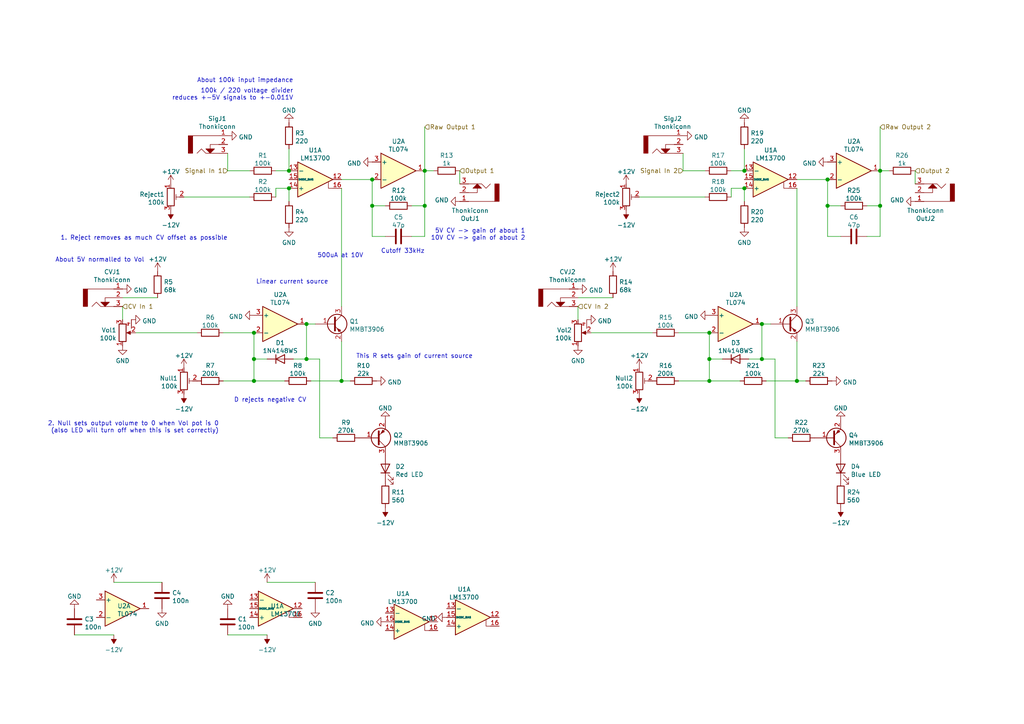
<source format=kicad_sch>
(kicad_sch (version 20210126) (generator eeschema)
  (paper "A4")
  (lib_symbols
    (symbol "Amplifier_Operational:LM13700" (pin_names (offset 0.127))
      (property "Reference" "U" (at 3.81 5.08 0))
      (property "Value" "LM13700" (at 5.08 -5.08 0))
      (symbol "LM13700_1_1"
        (polyline (pts (xy 3.81 -0.635) (xy 3.81 -2.54) (xy 5.08 -2.54)))
        (polyline (pts (xy 5.08 0) (xy -5.08 -5.08) (xy -5.08 5.08) (xy 5.08 0)) (stroke (width 0.254)) (fill (type background)))
        (pin output line (at 7.62 0 180) (length 2.54) (name "~") (number "12"))
        (pin input line (at -7.62 2.54 0) (length 2.54) (name "-") (number "13"))
        (pin input line (at -7.62 -2.54 0) (length 2.54) (name "+") (number "14"))
        (pin input line (at -7.62 0 0) (length 2.54) (name "DIODE_BIAS") (number "15"))
        (pin input line (at 7.62 -2.54 180) (length 2.54) (name "~") (number "16"))
      )
      (symbol "LM13700_2_0"
        (polyline (pts (xy -1.905 2.54) (xy -3.175 2.54)))
      )
      (symbol "LM13700_2_1"
        (circle (center -2.54 1.905) (radius 0.254) (stroke (width 0.254)) (fill (type outline)))
        (text "V+" (at -2.54 3.81 0) (effects (font (size 1.27 1.27))))
        (polyline (pts (xy -3.81 -0.635) (xy -2.54 -1.27)))
        (polyline (pts (xy -3.81 1.27) (xy -3.81 -1.27)))
        (polyline (pts (xy -2.54 -1.905) (xy -1.27 -2.54)))
        (polyline (pts (xy -2.54 0) (xy -2.54 -2.54)))
        (polyline (pts (xy -3.81 0.635) (xy -2.54 1.27) (xy -2.54 1.905) (xy -2.54 2.54)))
        (polyline (pts (xy -2.54 -0.635) (xy -1.27 0) (xy -1.27 1.905) (xy -2.54 1.905)))
        (polyline (pts (xy -2.54 -1.27) (xy -3.175 -0.635) (xy -3.175 -1.27) (xy -2.54 -1.27)) (fill (type outline)))
        (polyline (pts (xy -1.27 -2.54) (xy -1.905 -1.905) (xy -1.905 -2.54) (xy -1.27 -2.54)) (fill (type outline)))
        (pin input line (at -7.62 0 0) (length 3.81) (name "~") (number "10"))
        (pin output line (at 2.54 -2.54 180) (length 3.81) (name "~") (number "9"))
      )
      (symbol "LM13700_3_1"
        (polyline (pts (xy 3.81 -0.635) (xy 3.81 -2.54) (xy 5.08 -2.54)))
        (polyline (pts (xy 5.08 0) (xy -5.08 -5.08) (xy -5.08 5.08) (xy 5.08 0)) (stroke (width 0.254)) (fill (type background)))
        (pin input line (at 7.62 -2.54 180) (length 2.54) (name "~") (number "1"))
        (pin input line (at -7.62 0 0) (length 2.54) (name "DIODE_BIAS") (number "2"))
        (pin input line (at -7.62 -2.54 0) (length 2.54) (name "+") (number "3"))
        (pin input line (at -7.62 2.54 0) (length 2.54) (name "-") (number "4"))
        (pin output line (at 7.62 0 180) (length 2.54) (name "~") (number "5"))
      )
      (symbol "LM13700_4_0"
        (text "V+" (at -2.54 3.81 0) (effects (font (size 1.27 1.27))))
        (polyline (pts (xy -3.175 2.54) (xy -1.905 2.54)))
      )
      (symbol "LM13700_4_1"
        (circle (center -2.54 1.905) (radius 0.254) (stroke (width 0.254)) (fill (type outline)))
        (polyline (pts (xy -3.81 -0.635) (xy -2.54 -1.27)))
        (polyline (pts (xy -3.81 1.27) (xy -3.81 -1.27)))
        (polyline (pts (xy -2.54 -1.905) (xy -1.27 -2.54)))
        (polyline (pts (xy -2.54 0) (xy -2.54 -2.54)))
        (polyline (pts (xy -3.81 0.635) (xy -2.54 1.27) (xy -2.54 2.54)))
        (polyline (pts (xy -2.54 -0.635) (xy -1.27 0) (xy -1.27 1.905) (xy -2.54 1.905)))
        (polyline (pts (xy -2.54 -1.27) (xy -3.175 -0.635) (xy -3.175 -1.27) (xy -2.54 -1.27)) (fill (type outline)))
        (polyline (pts (xy -1.27 -2.54) (xy -1.905 -1.905) (xy -1.905 -2.54) (xy -1.27 -2.54)) (fill (type outline)))
        (pin input line (at -7.62 0 0) (length 3.81) (name "~") (number "7"))
        (pin output line (at 2.54 -2.54 180) (length 3.81) (name "~") (number "8"))
      )
      (symbol "LM13700_5_1"
        (pin power_in line (at -2.54 7.62 270) (length 3.81) (name "V+") (number "11"))
        (pin power_in line (at -2.54 -7.62 90) (length 3.81) (name "V-") (number "6"))
      )
    )
    (symbol "Amplifier_Operational:TL074" (pin_names (offset 0.127))
      (property "Reference" "U" (at 0 5.08 0))
      (property "Value" "TL074" (at 0 -5.08 0))
      (symbol "TL074_1_1"
        (polyline (pts (xy -5.08 5.08) (xy 5.08 0) (xy -5.08 -5.08) (xy -5.08 5.08)) (stroke (width 0.254)) (fill (type background)))
        (pin output line (at 7.62 0 180) (length 2.54) (name "~") (number "1"))
        (pin input line (at -7.62 -2.54 0) (length 2.54) (name "-") (number "2"))
        (pin input line (at -7.62 2.54 0) (length 2.54) (name "+") (number "3"))
      )
      (symbol "TL074_2_1"
        (polyline (pts (xy -5.08 5.08) (xy 5.08 0) (xy -5.08 -5.08) (xy -5.08 5.08)) (stroke (width 0.254)) (fill (type background)))
        (pin input line (at -7.62 2.54 0) (length 2.54) (name "+") (number "5"))
        (pin input line (at -7.62 -2.54 0) (length 2.54) (name "-") (number "6"))
        (pin output line (at 7.62 0 180) (length 2.54) (name "~") (number "7"))
      )
      (symbol "TL074_3_1"
        (polyline (pts (xy -5.08 5.08) (xy 5.08 0) (xy -5.08 -5.08) (xy -5.08 5.08)) (stroke (width 0.254)) (fill (type background)))
        (pin input line (at -7.62 2.54 0) (length 2.54) (name "+") (number "10"))
        (pin output line (at 7.62 0 180) (length 2.54) (name "~") (number "8"))
        (pin input line (at -7.62 -2.54 0) (length 2.54) (name "-") (number "9"))
      )
      (symbol "TL074_4_1"
        (polyline (pts (xy -5.08 5.08) (xy 5.08 0) (xy -5.08 -5.08) (xy -5.08 5.08)) (stroke (width 0.254)) (fill (type background)))
        (pin input line (at -7.62 2.54 0) (length 2.54) (name "+") (number "12"))
        (pin input line (at -7.62 -2.54 0) (length 2.54) (name "-") (number "13"))
        (pin output line (at 7.62 0 180) (length 2.54) (name "~") (number "14"))
      )
      (symbol "TL074_5_1"
        (pin power_in line (at -2.54 -7.62 90) (length 3.81) (name "V-") (number "11"))
        (pin power_in line (at -2.54 7.62 270) (length 3.81) (name "V+") (number "4"))
      )
    )
    (symbol "Device:C" (pin_numbers hide) (pin_names (offset 0.254))
      (property "Reference" "C" (at 0.635 2.54 0))
      (property "Value" "C" (at 0.635 -2.54 0))
      (symbol "C_0_1"
        (polyline (pts (xy -2.032 -0.762) (xy 2.032 -0.762)) (stroke (width 0.508)))
        (polyline (pts (xy -2.032 0.762) (xy 2.032 0.762)) (stroke (width 0.508)))
      )
      (symbol "C_1_1"
        (pin passive line (at 0 3.81 270) (length 2.794) (name "~") (number "1"))
        (pin passive line (at 0 -3.81 90) (length 2.794) (name "~") (number "2"))
      )
    )
    (symbol "Device:LED" (pin_numbers hide) (pin_names (offset 1.016) hide)
      (property "Reference" "D" (at 0 2.54 0))
      (property "Value" "LED" (at 0 -2.54 0))
      (symbol "LED_0_1"
        (polyline (pts (xy -1.27 -1.27) (xy -1.27 1.27)) (stroke (width 0.254)))
        (polyline (pts (xy -1.27 0) (xy 1.27 0)))
        (polyline (pts (xy 1.27 -1.27) (xy 1.27 1.27) (xy -1.27 0) (xy 1.27 -1.27)) (stroke (width 0.254)))
        (polyline (pts (xy -3.048 -0.762) (xy -4.572 -2.286) (xy -3.81 -2.286) (xy -4.572 -2.286) (xy -4.572 -1.524)))
        (polyline (pts (xy -1.778 -0.762) (xy -3.302 -2.286) (xy -2.54 -2.286) (xy -3.302 -2.286) (xy -3.302 -1.524)))
      )
      (symbol "LED_1_1"
        (pin passive line (at -3.81 0 0) (length 2.54) (name "K") (number "1"))
        (pin passive line (at 3.81 0 180) (length 2.54) (name "A") (number "2"))
      )
    )
    (symbol "Device:R" (pin_numbers hide) (pin_names (offset 0))
      (property "Reference" "R" (at 2.032 0 90))
      (property "Value" "R" (at 0 0 90))
      (symbol "R_0_1"
        (rectangle (start -1.016 -2.54) (end 1.016 2.54) (stroke (width 0.254)))
      )
      (symbol "R_1_1"
        (pin passive line (at 0 3.81 270) (length 1.27) (name "~") (number "1"))
        (pin passive line (at 0 -3.81 90) (length 1.27) (name "~") (number "2"))
      )
    )
    (symbol "Device:R_Potentiometer_GND2" (pin_names (offset 1.016) hide)
      (property "Reference" "RV" (at -4.445 0 90))
      (property "Value" "R_Potentiometer_GND2" (at -2.54 0 90))
      (symbol "R_Potentiometer_GND2_0_1"
        (rectangle (start 1.016 2.54) (end -1.016 -2.54) (stroke (width 0.254)))
        (polyline (pts (xy 2.54 0) (xy 1.524 0)))
        (polyline (pts (xy 1.143 0) (xy 2.286 0.508) (xy 2.286 -0.508) (xy 1.143 0)) (fill (type outline)))
      )
      (symbol "R_Potentiometer_GND2_1_1"
        (pin passive line (at 0 3.81 270) (length 1.27) (name "1") (number "1"))
        (pin passive line (at 3.81 0 180) (length 1.27) (name "2") (number "2"))
        (pin passive line (at 0 -3.81 90) (length 1.27) (name "3") (number "3"))
        (pin passive line (at 2.54 -3.81 90) (length 2.54) (name "GND") (number "4"))
      )
    )
    (symbol "Device:R_Potentiometer_Trim" (pin_names (offset 1.016) hide)
      (property "Reference" "RV" (at -4.445 0 90))
      (property "Value" "R_Potentiometer_Trim" (at -2.54 0 90))
      (symbol "R_Potentiometer_Trim_0_1"
        (rectangle (start 1.016 2.54) (end -1.016 -2.54) (stroke (width 0.254)))
        (polyline (pts (xy 1.524 0.762) (xy 1.524 -0.762)))
        (polyline (pts (xy 2.54 0) (xy 1.524 0)))
      )
      (symbol "R_Potentiometer_Trim_1_1"
        (pin passive line (at 0 3.81 270) (length 1.27) (name "1") (number "1"))
        (pin passive line (at 3.81 0 180) (length 1.27) (name "2") (number "2"))
        (pin passive line (at 0 -3.81 90) (length 1.27) (name "3") (number "3"))
      )
    )
    (symbol "Diode:1N4148WS" (pin_numbers hide) (pin_names (offset 1.016) hide)
      (property "Reference" "D" (at 0 2.54 0))
      (property "Value" "1N4148WS" (at 0 -2.54 0))
      (symbol "1N4148WS_0_1"
        (polyline (pts (xy -1.27 1.27) (xy -1.27 -1.27)) (stroke (width 0.254)))
        (polyline (pts (xy 1.27 0) (xy -1.27 0)))
        (polyline (pts (xy 1.27 1.27) (xy 1.27 -1.27) (xy -1.27 0) (xy 1.27 1.27)) (stroke (width 0.254)))
      )
      (symbol "1N4148WS_1_1"
        (pin passive line (at -3.81 0 0) (length 2.54) (name "K") (number "1"))
        (pin passive line (at 3.81 0 180) (length 2.54) (name "A") (number "2"))
      )
    )
    (symbol "Transistor_BJT:MMBT3906" (pin_names (offset 0) hide)
      (property "Reference" "Q" (at 5.08 1.905 0))
      (property "Value" "MMBT3906" (at 5.08 0 0))
      (symbol "MMBT3906_0_1"
        (circle (center 1.27 0) (radius 2.8194) (stroke (width 0.254)))
        (polyline (pts (xy 0.635 0.635) (xy 2.54 2.54)))
        (polyline (pts (xy 0.635 -0.635) (xy 2.54 -2.54) (xy 2.54 -2.54)))
        (polyline (pts (xy 0.635 1.905) (xy 0.635 -1.905) (xy 0.635 -1.905)) (stroke (width 0.508)))
        (polyline (pts (xy 2.286 -1.778) (xy 1.778 -2.286) (xy 1.27 -1.27) (xy 2.286 -1.778) (xy 2.286 -1.778)) (fill (type outline)))
      )
      (symbol "MMBT3906_1_1"
        (pin input line (at -5.08 0 0) (length 5.715) (name "B") (number "1"))
        (pin passive line (at 2.54 -5.08 90) (length 2.54) (name "E") (number "2"))
        (pin passive line (at 2.54 5.08 270) (length 2.54) (name "C") (number "3"))
      )
    )
    (symbol "nathans_symbols:Thonkiconn"
      (property "Reference" "U" (at -2.54 7.62 0))
      (property "Value" "Thonkiconn" (at -2.54 5.08 0))
      (symbol "Thonkiconn_0_1"
        (rectangle (start -11.43 2.54) (end -10.16 -2.54) (stroke (width 0.1524)) (fill (type outline)))
        (polyline (pts (xy -2.54 2.54) (xy -10.16 2.54)) (stroke (width 0.1524)))
        (polyline (pts (xy -2.54 0) (xy -5.08 0) (xy -5.08 -2.54)) (stroke (width 0.1524)))
        (polyline (pts (xy -2.54 -2.54) (xy -6.35 -2.54) (xy -7.62 -1.27) (xy -8.89 -2.54)) (stroke (width 0.1524)))
        (polyline (pts (xy -5.08 -2.54) (xy -6.35 -1.27) (xy -3.81 -1.27) (xy -5.08 -2.54)) (stroke (width 0.1524)) (fill (type outline)))
      )
      (symbol "Thonkiconn_1_1"
        (pin passive line (at 0 2.54 180) (length 2.54) (name "") (number "1"))
        (pin passive line (at 0 0 180) (length 2.54) (name "") (number "2"))
        (pin passive line (at 0 -2.54 180) (length 2.54) (name "") (number "3"))
      )
    )
    (symbol "power:+12V" (power) (pin_names (offset 0))
      (property "Value" "+12V" (at 0 3.556 0))
      (symbol "+12V_0_1"
        (polyline (pts (xy -0.762 1.27) (xy 0 2.54)))
        (polyline (pts (xy 0 0) (xy 0 2.54)))
        (polyline (pts (xy 0 2.54) (xy 0.762 1.27)))
      )
      (symbol "+12V_1_1"
        (pin power_in line (at 0 0 90) (length 0) hide (name "+12V") (number "1"))
      )
    )
    (symbol "power:-12V" (power) (pin_names (offset 0))
      (property "Value" "-12V" (at 0 3.81 0))
      (symbol "-12V_0_0"
        (pin power_in line (at 0 0 90) (length 0) hide (name "-12V") (number "1"))
      )
      (symbol "-12V_0_1"
        (polyline (pts (xy 0 0) (xy 0 1.27) (xy 0.762 1.27) (xy 0 2.54) (xy -0.762 1.27) (xy 0 1.27)) (fill (type outline)))
      )
    )
    (symbol "power:GND" (power) (pin_names (offset 0))
      (property "Value" "GND" (at 0 -3.81 0))
      (symbol "GND_0_1"
        (polyline (pts (xy 0 0) (xy 0 -1.27) (xy 1.27 -1.27) (xy 0 -2.54) (xy -1.27 -1.27) (xy 0 -1.27)))
      )
      (symbol "GND_1_1"
        (pin power_in line (at 0 0 270) (length 0) hide (name "GND") (number "1"))
      )
    )
  )
  (junction (at 73.66 96.52) (diameter 1.016))
  (junction (at 73.66 104.14) (diameter 1.016))
  (junction (at 73.66 110.49) (diameter 1.016))
  (junction (at 83.82 49.53) (diameter 1.016))
  (junction (at 83.82 54.61) (diameter 1.016))
  (junction (at 88.9 93.98) (diameter 1.016))
  (junction (at 88.9 104.14) (diameter 1.016))
  (junction (at 99.06 110.49) (diameter 1.016))
  (junction (at 107.95 52.07) (diameter 1.016))
  (junction (at 107.95 59.69) (diameter 1.016))
  (junction (at 123.19 49.53) (diameter 1.016))
  (junction (at 123.19 59.69) (diameter 1.016))
  (junction (at 205.74 96.52) (diameter 1.016))
  (junction (at 205.74 104.14) (diameter 1.016))
  (junction (at 205.74 110.49) (diameter 1.016))
  (junction (at 215.9 49.53) (diameter 1.016))
  (junction (at 215.9 54.61) (diameter 1.016))
  (junction (at 220.98 93.98) (diameter 1.016))
  (junction (at 220.98 104.14) (diameter 1.016))
  (junction (at 231.14 110.49) (diameter 1.016))
  (junction (at 240.03 52.07) (diameter 1.016))
  (junction (at 240.03 59.69) (diameter 1.016))
  (junction (at 255.27 49.53) (diameter 1.016))
  (junction (at 255.27 59.69) (diameter 1.016))
  (wire (pts (xy 21.59 184.15) (xy 33.02 184.15)))
  (wire (pts (xy 33.02 168.91) (xy 46.99 168.91)))
  (wire (pts (xy 35.56 86.36) (xy 45.72 86.36)))
  (wire (pts (xy 35.56 88.9) (xy 35.56 92.71)))
  (wire (pts (xy 39.37 96.52) (xy 57.15 96.52)))
  (wire (pts (xy 53.34 57.15) (xy 72.39 57.15)))
  (wire (pts (xy 64.77 96.52) (xy 73.66 96.52)))
  (wire (pts (xy 64.77 110.49) (xy 73.66 110.49)))
  (wire (pts (xy 66.04 44.45) (xy 66.04 49.53)))
  (wire (pts (xy 66.04 49.53) (xy 72.39 49.53)))
  (wire (pts (xy 66.04 184.15) (xy 77.47 184.15)))
  (wire (pts (xy 73.66 96.52) (xy 73.66 104.14)))
  (wire (pts (xy 73.66 104.14) (xy 73.66 110.49)))
  (wire (pts (xy 73.66 104.14) (xy 77.47 104.14)))
  (wire (pts (xy 77.47 168.91) (xy 91.44 168.91)))
  (wire (pts (xy 80.01 49.53) (xy 83.82 49.53)))
  (wire (pts (xy 80.01 54.61) (xy 83.82 54.61)))
  (wire (pts (xy 80.01 57.15) (xy 80.01 54.61)))
  (wire (pts (xy 82.55 110.49) (xy 73.66 110.49)))
  (wire (pts (xy 83.82 43.18) (xy 83.82 49.53)))
  (wire (pts (xy 83.82 54.61) (xy 83.82 58.42)))
  (wire (pts (xy 85.09 104.14) (xy 88.9 104.14)))
  (wire (pts (xy 88.9 93.98) (xy 91.44 93.98)))
  (wire (pts (xy 88.9 104.14) (xy 88.9 93.98)))
  (wire (pts (xy 90.17 110.49) (xy 99.06 110.49)))
  (wire (pts (xy 92.71 104.14) (xy 88.9 104.14)))
  (wire (pts (xy 92.71 104.14) (xy 92.71 127)))
  (wire (pts (xy 96.52 127) (xy 92.71 127)))
  (wire (pts (xy 99.06 52.07) (xy 107.95 52.07)))
  (wire (pts (xy 99.06 54.61) (xy 99.06 88.9)))
  (wire (pts (xy 99.06 99.06) (xy 99.06 110.49)))
  (wire (pts (xy 99.06 110.49) (xy 101.6 110.49)))
  (wire (pts (xy 107.95 59.69) (xy 107.95 52.07)))
  (wire (pts (xy 107.95 68.58) (xy 107.95 59.69)))
  (wire (pts (xy 111.76 59.69) (xy 107.95 59.69)))
  (wire (pts (xy 111.76 68.58) (xy 107.95 68.58)))
  (wire (pts (xy 119.38 59.69) (xy 123.19 59.69)))
  (wire (pts (xy 119.38 68.58) (xy 123.19 68.58)))
  (wire (pts (xy 123.19 36.83) (xy 123.19 49.53)))
  (wire (pts (xy 123.19 49.53) (xy 125.73 49.53)))
  (wire (pts (xy 123.19 59.69) (xy 123.19 49.53)))
  (wire (pts (xy 123.19 68.58) (xy 123.19 59.69)))
  (wire (pts (xy 133.35 49.53) (xy 133.35 53.34)))
  (wire (pts (xy 167.64 86.36) (xy 177.8 86.36)))
  (wire (pts (xy 167.64 88.9) (xy 167.64 92.71)))
  (wire (pts (xy 171.45 96.52) (xy 189.23 96.52)))
  (wire (pts (xy 185.42 57.15) (xy 204.47 57.15)))
  (wire (pts (xy 196.85 96.52) (xy 205.74 96.52)))
  (wire (pts (xy 196.85 110.49) (xy 205.74 110.49)))
  (wire (pts (xy 198.12 44.45) (xy 198.12 49.53)))
  (wire (pts (xy 198.12 49.53) (xy 204.47 49.53)))
  (wire (pts (xy 205.74 96.52) (xy 205.74 104.14)))
  (wire (pts (xy 205.74 104.14) (xy 205.74 110.49)))
  (wire (pts (xy 205.74 104.14) (xy 209.55 104.14)))
  (wire (pts (xy 212.09 49.53) (xy 215.9 49.53)))
  (wire (pts (xy 212.09 54.61) (xy 215.9 54.61)))
  (wire (pts (xy 212.09 57.15) (xy 212.09 54.61)))
  (wire (pts (xy 214.63 110.49) (xy 205.74 110.49)))
  (wire (pts (xy 215.9 43.18) (xy 215.9 49.53)))
  (wire (pts (xy 215.9 54.61) (xy 215.9 58.42)))
  (wire (pts (xy 217.17 104.14) (xy 220.98 104.14)))
  (wire (pts (xy 220.98 93.98) (xy 223.52 93.98)))
  (wire (pts (xy 220.98 104.14) (xy 220.98 93.98)))
  (wire (pts (xy 222.25 110.49) (xy 231.14 110.49)))
  (wire (pts (xy 224.79 104.14) (xy 220.98 104.14)))
  (wire (pts (xy 224.79 104.14) (xy 224.79 127)))
  (wire (pts (xy 228.6 127) (xy 224.79 127)))
  (wire (pts (xy 231.14 52.07) (xy 240.03 52.07)))
  (wire (pts (xy 231.14 54.61) (xy 231.14 88.9)))
  (wire (pts (xy 231.14 99.06) (xy 231.14 110.49)))
  (wire (pts (xy 231.14 110.49) (xy 233.68 110.49)))
  (wire (pts (xy 240.03 59.69) (xy 240.03 52.07)))
  (wire (pts (xy 240.03 68.58) (xy 240.03 59.69)))
  (wire (pts (xy 243.84 59.69) (xy 240.03 59.69)))
  (wire (pts (xy 243.84 68.58) (xy 240.03 68.58)))
  (wire (pts (xy 251.46 59.69) (xy 255.27 59.69)))
  (wire (pts (xy 251.46 68.58) (xy 255.27 68.58)))
  (wire (pts (xy 255.27 36.83) (xy 255.27 49.53)))
  (wire (pts (xy 255.27 49.53) (xy 257.81 49.53)))
  (wire (pts (xy 255.27 59.69) (xy 255.27 49.53)))
  (wire (pts (xy 255.27 68.58) (xy 255.27 59.69)))
  (wire (pts (xy 265.43 49.53) (xy 265.43 53.34)))
  (text "About 5V normalled to Vol" (at 41.91 76.2 180) (effects (font (size 1.27 1.27)) (justify right bottom)))
  (text "2. Null sets output volume to 0 when Vol pot is 0\n(also LED will turn off when this is set correctly)" (at 63.5 125.73 0) (effects (font (size 1.27 1.27)) (justify right bottom)))
  (text "1. Reject removes as much CV offset as possible" (at 66.04 69.85 180) (effects (font (size 1.27 1.27)) (justify right bottom)))
  (text "About 100k input impedance" (at 85.09 24.13 180) (effects (font (size 1.27 1.27)) (justify right bottom)))
  (text "100k / 220 voltage divider\nreduces +-5V signals to +-0.011V" (at 85.09 29.21 0) (effects (font (size 1.27 1.27)) (justify right bottom)))
  (text "D rejects negative CV" (at 88.9 116.84 180) (effects (font (size 1.27 1.27)) (justify right bottom)))
  (text "Linear current source" (at 95.25 82.55 180) (effects (font (size 1.27 1.27)) (justify right bottom)))
  (text "500uA at 10V" (at 105.41 74.93 180) (effects (font (size 1.27 1.27)) (justify right bottom)))
  (text "Cutoff 33kHz" (at 123.19 73.66 180) (effects (font (size 1.27 1.27)) (justify right bottom)))
  (text "This R sets gain of current source" (at 137.16 104.14 180) (effects (font (size 1.27 1.27)) (justify right bottom)))
  (text "5V CV -> gain of about 1\n10V CV -> gain of about 2" (at 152.4 69.85 0) (effects (font (size 1.27 1.27)) (justify right bottom)))
  (hierarchical_label "CV In 1" (shape input) (at 35.56 88.9 0))
  (hierarchical_label "Signal In 1" (shape input) (at 66.04 49.53 180))
  (hierarchical_label "Raw Output 1" (shape input) (at 123.19 36.83 0))
  (hierarchical_label "Output 1" (shape input) (at 133.35 49.53 0))
  (hierarchical_label "CV In 2" (shape input) (at 167.64 88.9 0))
  (hierarchical_label "Signal In 2" (shape input) (at 198.12 49.53 180))
  (hierarchical_label "Raw Output 2" (shape input) (at 255.27 36.83 0))
  (hierarchical_label "Output 2" (shape input) (at 265.43 49.53 0))
  (symbol (lib_id "power:+12V") (at 33.02 168.91 0)
    (property "Reference" "#PWR0127" (effects hide))
    (property "Value" "+12V" (at 33.02 165.3626 0))
  )
  (symbol (lib_id "power:-12V") (at 33.02 184.15 180)
    (property "Reference" "#PWR0129" (effects hide))
    (property "Value" "-12V" (at 33.02 188.4744 0))
  )
  (symbol (lib_id "power:+12V") (at 45.72 78.74 0)
    (property "Reference" "#PWR0123" (effects hide))
    (property "Value" "+12V" (at 45.72 75.1926 0))
  )
  (symbol (lib_id "power:+12V") (at 49.53 53.34 0)
    (property "Reference" "#PWR01" (effects hide))
    (property "Value" "+12V" (at 49.53 49.7926 0))
  )
  (symbol (lib_id "power:-12V") (at 49.53 60.96 180)
    (property "Reference" "#PWR02" (effects hide))
    (property "Value" "-12V" (at 49.53 65.2844 0))
  )
  (symbol (lib_id "power:+12V") (at 53.34 106.68 0)
    (property "Reference" "#PWR0130" (effects hide))
    (property "Value" "+12V" (at 53.34 103.1326 0))
  )
  (symbol (lib_id "power:-12V") (at 53.34 114.3 180)
    (property "Reference" "#PWR0132" (effects hide))
    (property "Value" "-12V" (at 53.34 118.6244 0))
  )
  (symbol (lib_id "power:+12V") (at 77.47 168.91 0)
    (property "Reference" "#PWR06" (effects hide))
    (property "Value" "+12V" (at 77.47 165.3626 0))
  )
  (symbol (lib_id "power:-12V") (at 77.47 184.15 180)
    (property "Reference" "#PWR07" (effects hide))
    (property "Value" "-12V" (at 77.47 188.4744 0))
  )
  (symbol (lib_id "power:-12V") (at 111.76 147.32 180)
    (property "Reference" "#PWR0103" (effects hide))
    (property "Value" "-12V" (at 111.76 151.6444 0))
  )
  (symbol (lib_id "power:+12V") (at 177.8 78.74 0)
    (property "Reference" "#PWR0108" (effects hide))
    (property "Value" "+12V" (at 177.8 75.1926 0))
  )
  (symbol (lib_id "power:+12V") (at 181.61 53.34 0)
    (property "Reference" "#PWR0109" (effects hide))
    (property "Value" "+12V" (at 181.61 49.7926 0))
  )
  (symbol (lib_id "power:-12V") (at 181.61 60.96 180)
    (property "Reference" "#PWR0110" (effects hide))
    (property "Value" "-12V" (at 181.61 65.2844 0))
  )
  (symbol (lib_id "power:+12V") (at 185.42 106.68 0)
    (property "Reference" "#PWR0118" (effects hide))
    (property "Value" "+12V" (at 185.42 103.1326 0))
  )
  (symbol (lib_id "power:-12V") (at 185.42 114.3 180)
    (property "Reference" "#PWR0119" (effects hide))
    (property "Value" "-12V" (at 185.42 118.6244 0))
  )
  (symbol (lib_id "power:-12V") (at 243.84 147.32 180)
    (property "Reference" "#PWR0116" (effects hide))
    (property "Value" "-12V" (at 243.84 151.6444 0))
  )
  (symbol (lib_id "power:GND") (at 21.59 176.53 180)
    (property "Reference" "#PWR0128" (effects hide))
    (property "Value" "GND" (at 21.59 172.9826 0))
  )
  (symbol (lib_id "power:GND") (at 35.56 83.82 90)
    (property "Reference" "#PWR0122" (effects hide))
    (property "Value" "GND" (at 38.7351 84.2085 90) (effects (justify right)))
  )
  (symbol (lib_id "power:GND") (at 35.56 100.33 0)
    (property "Reference" "#PWR0131" (effects hide))
    (property "Value" "GND" (at 35.56 104.6544 0))
  )
  (symbol (lib_id "power:GND") (at 38.1 92.71 90)
    (property "Reference" "#PWR0237" (effects hide))
    (property "Value" "GND" (at 41.2751 93.0985 90) (effects (justify right)))
  )
  (symbol (lib_id "power:GND") (at 46.99 176.53 0)
    (property "Reference" "#PWR0126" (effects hide))
    (property "Value" "GND" (at 46.99 180.8544 0))
  )
  (symbol (lib_id "power:GND") (at 66.04 39.37 90)
    (property "Reference" "#PWR0125" (effects hide))
    (property "Value" "GND" (at 69.2151 39.7585 90) (effects (justify right)))
  )
  (symbol (lib_id "power:GND") (at 66.04 176.53 180)
    (property "Reference" "#PWR03" (effects hide))
    (property "Value" "GND" (at 66.04 172.9826 0))
  )
  (symbol (lib_id "power:GND") (at 73.66 91.44 270)
    (property "Reference" "#PWR0121" (effects hide))
    (property "Value" "GND" (at 70.485 91.8285 90) (effects (justify right)))
  )
  (symbol (lib_id "power:GND") (at 83.82 35.56 180)
    (property "Reference" "#PWR04" (effects hide))
    (property "Value" "GND" (at 83.82 32.0126 0))
  )
  (symbol (lib_id "power:GND") (at 83.82 66.04 0)
    (property "Reference" "#PWR05" (effects hide))
    (property "Value" "GND" (at 83.82 70.3644 0))
  )
  (symbol (lib_id "power:GND") (at 91.44 176.53 0)
    (property "Reference" "#PWR08" (effects hide))
    (property "Value" "GND" (at 91.44 180.8544 0))
  )
  (symbol (lib_id "power:GND") (at 107.95 46.99 270)
    (property "Reference" "#PWR0124" (effects hide))
    (property "Value" "GND" (at 104.775 47.3785 90) (effects (justify right)))
  )
  (symbol (lib_id "power:GND") (at 109.22 110.49 90)
    (property "Reference" "#PWR0101" (effects hide))
    (property "Value" "GND" (at 112.3951 110.8785 90) (effects (justify right)))
  )
  (symbol (lib_id "power:GND") (at 111.76 121.92 180)
    (property "Reference" "#PWR0102" (effects hide))
    (property "Value" "GND" (at 111.76 118.3726 0))
  )
  (symbol (lib_id "power:GND") (at 111.76 180.34 270)
    (property "Reference" "#PWR0104" (effects hide))
    (property "Value" "GND" (at 108.585 180.7285 90) (effects (justify right)))
  )
  (symbol (lib_id "power:GND") (at 129.54 179.07 270)
    (property "Reference" "#PWR0105" (effects hide))
    (property "Value" "GND" (at 126.365 179.4585 90) (effects (justify right)))
  )
  (symbol (lib_id "power:GND") (at 133.35 58.42 270)
    (property "Reference" "#PWR0106" (effects hide))
    (property "Value" "GND" (at 130.1749 58.0315 90) (effects (justify right)))
  )
  (symbol (lib_id "power:GND") (at 167.64 83.82 90)
    (property "Reference" "#PWR0107" (effects hide))
    (property "Value" "GND" (at 170.8151 84.2085 90) (effects (justify right)))
  )
  (symbol (lib_id "power:GND") (at 167.64 100.33 0)
    (property "Reference" "#PWR0120" (effects hide))
    (property "Value" "GND" (at 167.64 104.6544 0))
  )
  (symbol (lib_id "power:GND") (at 170.18 92.71 90)
    (property "Reference" "#PWR0236" (effects hide))
    (property "Value" "GND" (at 173.3551 93.0985 90) (effects (justify right)))
  )
  (symbol (lib_id "power:GND") (at 198.12 39.37 90)
    (property "Reference" "#PWR0111" (effects hide))
    (property "Value" "GND" (at 201.2951 39.7585 90) (effects (justify right)))
  )
  (symbol (lib_id "power:GND") (at 205.74 91.44 270)
    (property "Reference" "#PWR0112" (effects hide))
    (property "Value" "GND" (at 202.565 91.8285 90) (effects (justify right)))
  )
  (symbol (lib_id "power:GND") (at 215.9 35.56 180)
    (property "Reference" "#PWR0114" (effects hide))
    (property "Value" "GND" (at 215.9 32.0126 0))
  )
  (symbol (lib_id "power:GND") (at 215.9 66.04 0)
    (property "Reference" "#PWR0113" (effects hide))
    (property "Value" "GND" (at 215.9 70.3644 0))
  )
  (symbol (lib_id "power:GND") (at 240.03 46.99 270)
    (property "Reference" "#PWR0133" (effects hide))
    (property "Value" "GND" (at 236.855 47.3785 90) (effects (justify right)))
  )
  (symbol (lib_id "power:GND") (at 241.3 110.49 90)
    (property "Reference" "#PWR0117" (effects hide))
    (property "Value" "GND" (at 244.4751 110.8785 90) (effects (justify right)))
  )
  (symbol (lib_id "power:GND") (at 243.84 121.92 180)
    (property "Reference" "#PWR0115" (effects hide))
    (property "Value" "GND" (at 243.84 118.3726 0))
  )
  (symbol (lib_id "power:GND") (at 265.43 58.42 270)
    (property "Reference" "#PWR0134" (effects hide))
    (property "Value" "GND" (at 262.2549 58.0315 90) (effects (justify right)))
  )
  (symbol (lib_id "Amplifier_Operational:TL074") (at 35.56 176.53 0)
    (property "Reference" "U2" (at 34.0361 175.7691 0) (effects (justify left)))
    (property "Value" "TL074" (at 34.0361 178.0678 0) (effects (justify left)))
    (property "Footprint" "Package_SO:SOIC-14_3.9x8.7mm_P1.27mm" (effects hide))
    (property "Datasheet" "http://www.ti.com/lit/ds/symlink/tl071.pdf" (effects hide))
    (property "LCSC" "C12594" (effects hide))
  )
  (symbol (lib_id "Amplifier_Operational:LM13700") (at 80.01 176.53 0)
    (property "Reference" "U1" (at 78.4861 175.7691 0) (effects (justify left)))
    (property "Value" "LM13700" (at 78.4861 178.0678 0) (effects (justify left)))
    (property "Footprint" "Package_SO:SOIC-16_3.9x9.9mm_P1.27mm" (effects hide))
    (property "Datasheet" "http://www.ti.com/lit/ds/symlink/lm13700.pdf" (effects hide))
    (property "LCSC" "C174050" (effects hide))
  )
  (symbol (lib_id "Device:R") (at 45.72 82.55 180)
    (property "Reference" "R5" (at 47.4981 81.7891 0) (effects (justify right)))
    (property "Value" "68k" (at 47.4981 84.0878 0) (effects (justify right)))
    (property "Footprint" "Resistor_SMD:R_0805_2012Metric" (effects hide))
    (property "LCSC" "C17801" (effects hide))
  )
  (symbol (lib_id "Device:R") (at 60.96 96.52 90)
    (property "Reference" "R6" (at 60.96 92.0708 90))
    (property "Value" "100k" (at 60.96 94.3695 90))
    (property "Footprint" "Resistor_SMD:R_0805_2012Metric" (effects hide))
    (property "LCSC" "C17407" (effects hide))
  )
  (symbol (lib_id "Device:R") (at 60.96 110.49 90)
    (property "Reference" "R7" (at 60.96 106.0408 90))
    (property "Value" "200k" (at 60.96 108.3395 90))
    (property "Footprint" "Resistor_SMD:R_0805_2012Metric" (effects hide))
    (property "LCSC" "C17539" (effects hide))
  )
  (symbol (lib_id "Device:R") (at 76.2 49.53 90)
    (property "Reference" "R1" (at 76.2 45.0808 90))
    (property "Value" "100k" (at 76.2 47.3795 90))
    (property "Footprint" "Resistor_SMD:R_0805_2012Metric" (effects hide))
    (property "LCSC" "C17407" (effects hide))
  )
  (symbol (lib_id "Device:R") (at 76.2 57.15 90)
    (property "Reference" "R2" (at 76.2 52.7008 90))
    (property "Value" "100k" (at 76.2 54.9995 90))
    (property "Footprint" "Resistor_SMD:R_0805_2012Metric" (effects hide))
    (property "LCSC" "C17407" (effects hide))
  )
  (symbol (lib_id "Device:R") (at 83.82 39.37 0)
    (property "Reference" "R3" (at 85.5981 38.6091 0) (effects (justify left)))
    (property "Value" "220" (at 85.5981 40.9078 0) (effects (justify left)))
    (property "Footprint" "Resistor_SMD:R_0805_2012Metric" (effects hide))
    (property "LCSC" "C17557" (effects hide))
  )
  (symbol (lib_id "Device:R") (at 83.82 62.23 0)
    (property "Reference" "R4" (at 85.5981 61.4691 0) (effects (justify left)))
    (property "Value" "220" (at 85.5981 63.7678 0) (effects (justify left)))
    (property "Footprint" "Resistor_SMD:R_0805_2012Metric" (effects hide))
    (property "LCSC" "C17557" (effects hide))
  )
  (symbol (lib_id "Device:R") (at 86.36 110.49 90)
    (property "Reference" "R8" (at 86.36 106.0408 90))
    (property "Value" "100k" (at 86.36 108.3395 90))
    (property "Footprint" "Resistor_SMD:R_0805_2012Metric" (effects hide))
    (property "LCSC" "C17407" (effects hide))
  )
  (symbol (lib_id "Device:R") (at 100.33 127 90)
    (property "Reference" "R9" (at 100.33 122.5508 90))
    (property "Value" "270k" (at 100.33 124.8495 90))
    (property "Footprint" "Resistor_SMD:R_0805_2012Metric" (effects hide))
    (property "LCSC" "C17589" (effects hide))
  )
  (symbol (lib_id "Device:R") (at 105.41 110.49 90)
    (property "Reference" "R10" (at 105.41 106.0408 90))
    (property "Value" "22k" (at 105.41 108.3395 90))
    (property "Footprint" "Resistor_SMD:R_0805_2012Metric" (effects hide))
    (property "LCSC" "C17560" (effects hide))
  )
  (symbol (lib_id "Device:R") (at 111.76 143.51 180)
    (property "Reference" "R11" (at 113.5381 142.7491 0) (effects (justify right)))
    (property "Value" "560" (at 113.5381 145.0478 0) (effects (justify right)))
    (property "Footprint" "Resistor_SMD:R_0805_2012Metric" (effects hide))
    (property "LCSC" "C28636" (effects hide))
  )
  (symbol (lib_id "Device:R") (at 115.57 59.69 90)
    (property "Reference" "R12" (at 115.57 55.2408 90))
    (property "Value" "100k" (at 115.57 57.5395 90))
    (property "Footprint" "Resistor_SMD:R_0805_2012Metric" (effects hide))
    (property "LCSC" "C17407" (effects hide))
  )
  (symbol (lib_id "Device:R") (at 129.54 49.53 90)
    (property "Reference" "R13" (at 129.54 45.0808 90))
    (property "Value" "1k" (at 129.54 47.3795 90))
    (property "Footprint" "Resistor_SMD:R_0805_2012Metric" (effects hide))
    (property "LCSC" "C17513" (effects hide))
  )
  (symbol (lib_id "Device:R") (at 177.8 82.55 180)
    (property "Reference" "R14" (at 179.5781 81.7891 0) (effects (justify right)))
    (property "Value" "68k" (at 179.5781 84.0878 0) (effects (justify right)))
    (property "Footprint" "Resistor_SMD:R_0805_2012Metric" (effects hide))
    (property "LCSC" "C17801" (effects hide))
  )
  (symbol (lib_id "Device:R") (at 193.04 96.52 90)
    (property "Reference" "R15" (at 193.04 92.0708 90))
    (property "Value" "100k" (at 193.04 94.3695 90))
    (property "Footprint" "Resistor_SMD:R_0805_2012Metric" (effects hide))
    (property "LCSC" "C17407" (effects hide))
  )
  (symbol (lib_id "Device:R") (at 193.04 110.49 90)
    (property "Reference" "R16" (at 193.04 106.0408 90))
    (property "Value" "200k" (at 193.04 108.3395 90))
    (property "Footprint" "Resistor_SMD:R_0805_2012Metric" (effects hide))
    (property "LCSC" "C17539" (effects hide))
  )
  (symbol (lib_id "Device:R") (at 208.28 49.53 90)
    (property "Reference" "R17" (at 208.28 45.0808 90))
    (property "Value" "100k" (at 208.28 47.3795 90))
    (property "Footprint" "Resistor_SMD:R_0805_2012Metric" (effects hide))
    (property "LCSC" "C17407" (effects hide))
  )
  (symbol (lib_id "Device:R") (at 208.28 57.15 90)
    (property "Reference" "R18" (at 208.28 52.7008 90))
    (property "Value" "100k" (at 208.28 54.9995 90))
    (property "Footprint" "Resistor_SMD:R_0805_2012Metric" (effects hide))
    (property "LCSC" "C17407" (effects hide))
  )
  (symbol (lib_id "Device:R") (at 215.9 39.37 0)
    (property "Reference" "R19" (at 217.6781 38.6091 0) (effects (justify left)))
    (property "Value" "220" (at 217.6781 40.9078 0) (effects (justify left)))
    (property "Footprint" "Resistor_SMD:R_0805_2012Metric" (effects hide))
    (property "LCSC" "C17557" (effects hide))
  )
  (symbol (lib_id "Device:R") (at 215.9 62.23 0)
    (property "Reference" "R20" (at 217.6781 61.4691 0) (effects (justify left)))
    (property "Value" "220" (at 217.6781 63.7678 0) (effects (justify left)))
    (property "Footprint" "Resistor_SMD:R_0805_2012Metric" (effects hide))
    (property "LCSC" "C17557" (effects hide))
  )
  (symbol (lib_id "Device:R") (at 218.44 110.49 90)
    (property "Reference" "R21" (at 218.44 106.0408 90))
    (property "Value" "100k" (at 218.44 108.3395 90))
    (property "Footprint" "Resistor_SMD:R_0805_2012Metric" (effects hide))
    (property "LCSC" "C17407" (effects hide))
  )
  (symbol (lib_id "Device:R") (at 232.41 127 90)
    (property "Reference" "R22" (at 232.41 122.5508 90))
    (property "Value" "270k" (at 232.41 124.8495 90))
    (property "Footprint" "Resistor_SMD:R_0805_2012Metric" (effects hide))
    (property "LCSC" "C17589" (effects hide))
  )
  (symbol (lib_id "Device:R") (at 237.49 110.49 90)
    (property "Reference" "R23" (at 237.49 106.0408 90))
    (property "Value" "22k" (at 237.49 108.3395 90))
    (property "Footprint" "Resistor_SMD:R_0805_2012Metric" (effects hide))
    (property "LCSC" "C17560" (effects hide))
  )
  (symbol (lib_id "Device:R") (at 243.84 143.51 180)
    (property "Reference" "R24" (at 245.6181 142.7491 0) (effects (justify right)))
    (property "Value" "560" (at 245.6181 145.0478 0) (effects (justify right)))
    (property "Footprint" "Resistor_SMD:R_0805_2012Metric" (effects hide))
    (property "LCSC" "C28636" (effects hide))
  )
  (symbol (lib_id "Device:R") (at 247.65 59.69 90)
    (property "Reference" "R25" (at 247.65 55.2408 90))
    (property "Value" "100k" (at 247.65 57.5395 90))
    (property "Footprint" "Resistor_SMD:R_0805_2012Metric" (effects hide))
    (property "LCSC" "C17407" (effects hide))
  )
  (symbol (lib_id "Device:R") (at 261.62 49.53 90)
    (property "Reference" "R26" (at 261.62 45.0808 90))
    (property "Value" "1k" (at 261.62 47.3795 90))
    (property "Footprint" "Resistor_SMD:R_0805_2012Metric" (effects hide))
    (property "LCSC" "C17513" (effects hide))
  )
  (symbol (lib_id "Diode:1N4148WS") (at 81.28 104.14 0)
    (property "Reference" "D1" (at 81.28 99.4368 0))
    (property "Value" "1N4148WS" (at 81.28 101.7355 0))
    (property "Footprint" "Diode_SMD:D_SOD-323_HandSoldering" (effects hide))
    (property "Datasheet" "https://www.vishay.com/docs/85751/1n4148ws.pdf" (effects hide))
    (property "LCSC" "C2128" (effects hide))
  )
  (symbol (lib_id "Diode:1N4148WS") (at 213.36 104.14 0)
    (property "Reference" "D3" (at 213.36 99.4368 0))
    (property "Value" "1N4148WS" (at 213.36 101.7355 0))
    (property "Footprint" "Diode_SMD:D_SOD-323_HandSoldering" (effects hide))
    (property "Datasheet" "https://www.vishay.com/docs/85751/1n4148ws.pdf" (effects hide))
    (property "LCSC" "C2128" (effects hide))
  )
  (symbol (lib_id "Device:LED") (at 111.76 135.89 90)
    (property "Reference" "D2" (at 114.6811 135.3196 90) (effects (justify right)))
    (property "Value" "Red LED" (at 114.6811 137.6183 90) (effects (justify right)))
    (property "Footprint" "LED_THT:LED_D3.0mm" (effects hide))
    (property "LCSC" "C84270" (effects hide))
  )
  (symbol (lib_id "Device:LED") (at 243.84 135.89 90)
    (property "Reference" "D4" (at 246.7611 135.3196 90) (effects (justify right)))
    (property "Value" "Blue LED" (at 246.7611 137.6183 90) (effects (justify right)))
    (property "Footprint" "LED_THT:LED_D3.0mm" (effects hide))
    (property "LCSC" "C130717" (effects hide))
  )
  (symbol (lib_id "Device:C") (at 21.59 180.34 0)
    (property "Reference" "C3" (at 24.5111 179.5791 0) (effects (justify left)))
    (property "Value" "100n" (at 24.5111 181.8778 0) (effects (justify left)))
    (property "Footprint" "Capacitor_SMD:C_0805_2012Metric" (effects hide))
    (property "LCSC" "C49678" (effects hide))
  )
  (symbol (lib_id "Device:C") (at 46.99 172.72 0)
    (property "Reference" "C4" (at 49.9111 171.9591 0) (effects (justify left)))
    (property "Value" "100n" (at 49.9111 174.2578 0) (effects (justify left)))
    (property "Footprint" "Capacitor_SMD:C_0805_2012Metric" (effects hide))
    (property "LCSC" "C49678" (effects hide))
  )
  (symbol (lib_id "Device:C") (at 66.04 180.34 0)
    (property "Reference" "C1" (at 68.9611 179.5791 0) (effects (justify left)))
    (property "Value" "100n" (at 68.9611 181.8778 0) (effects (justify left)))
    (property "Footprint" "Capacitor_SMD:C_0805_2012Metric" (effects hide))
    (property "LCSC" "C49678" (effects hide))
  )
  (symbol (lib_id "Device:C") (at 91.44 172.72 0)
    (property "Reference" "C2" (at 94.3611 171.9591 0) (effects (justify left)))
    (property "Value" "100n" (at 94.3611 174.2578 0) (effects (justify left)))
    (property "Footprint" "Capacitor_SMD:C_0805_2012Metric" (effects hide))
    (property "LCSC" "C49678" (effects hide))
  )
  (symbol (lib_id "Device:C") (at 115.57 68.58 90)
    (property "Reference" "C5" (at 115.57 62.9878 90))
    (property "Value" "47p" (at 115.57 65.2865 90))
    (property "Footprint" "Capacitor_SMD:C_0805_2012Metric" (effects hide))
    (property "LCSC" "C14857" (effects hide))
  )
  (symbol (lib_id "Device:C") (at 247.65 68.58 90)
    (property "Reference" "C6" (at 247.65 62.9878 90))
    (property "Value" "47p" (at 247.65 65.2865 90))
    (property "Footprint" "Capacitor_SMD:C_0805_2012Metric" (effects hide))
    (property "LCSC" "C14857" (effects hide))
  )
  (symbol (lib_id "Device:R_Potentiometer_GND2") (at 35.56 96.52 0) (mirror x)
    (property "Reference" "Vol1" (at 33.782 95.7591 0) (effects (justify right)))
    (property "Value" "100k" (at 33.782 98.0578 0) (effects (justify right)))
    (property "Footprint" "Potentiometer_THT:Potentiometer_GND_Alpha_RD901F-40-00D_Single_Vertical_CircularHoles" (effects hide))
  )
  (symbol (lib_id "Device:R_Potentiometer_Trim") (at 49.53 57.15 0)
    (property "Reference" "Reject1" (at 47.752 56.3891 0) (effects (justify right)))
    (property "Value" "100k" (at 47.752 58.6878 0) (effects (justify right)))
    (property "Footprint" "Potentiometer_THT:Potentiometer_Bourns_3296W_Vertical" (effects hide))
  )
  (symbol (lib_id "Device:R_Potentiometer_Trim") (at 53.34 110.49 0)
    (property "Reference" "Null1" (at 51.562 109.7291 0) (effects (justify right)))
    (property "Value" "100k" (at 51.562 112.0278 0) (effects (justify right)))
    (property "Footprint" "Potentiometer_THT:Potentiometer_Bourns_3296W_Vertical" (effects hide))
  )
  (symbol (lib_id "Device:R_Potentiometer_GND2") (at 167.64 96.52 0) (mirror x)
    (property "Reference" "Vol2" (at 165.862 95.7591 0) (effects (justify right)))
    (property "Value" "100k" (at 165.862 98.0578 0) (effects (justify right)))
    (property "Footprint" "Potentiometer_THT:Potentiometer_GND_Alpha_RD901F-40-00D_Single_Vertical_CircularHoles" (effects hide))
  )
  (symbol (lib_id "Device:R_Potentiometer_Trim") (at 181.61 57.15 0)
    (property "Reference" "Reject2" (at 179.832 56.3891 0) (effects (justify right)))
    (property "Value" "100k" (at 179.832 58.6878 0) (effects (justify right)))
    (property "Footprint" "Potentiometer_THT:Potentiometer_Bourns_3296W_Vertical" (effects hide))
  )
  (symbol (lib_id "Device:R_Potentiometer_Trim") (at 185.42 110.49 0)
    (property "Reference" "Null2" (at 183.642 109.7291 0) (effects (justify right)))
    (property "Value" "100k" (at 183.642 112.0278 0) (effects (justify right)))
    (property "Footprint" "Potentiometer_THT:Potentiometer_Bourns_3296W_Vertical" (effects hide))
  )
  (symbol (lib_id "nathans_symbols:Thonkiconn") (at 35.56 86.36 0)
    (property "Reference" "CVJ1" (at 32.5374 78.8628 0))
    (property "Value" "Thonkiconn" (at 32.5374 81.1615 0))
    (property "Footprint" "kicad_libraries:Thonkiconn" (effects hide))
  )
  (symbol (lib_id "nathans_symbols:Thonkiconn") (at 66.04 41.91 0)
    (property "Reference" "SigJ1" (at 63.0174 34.4128 0))
    (property "Value" "Thonkiconn" (at 63.0174 36.7115 0))
    (property "Footprint" "kicad_libraries:Thonkiconn" (effects hide))
  )
  (symbol (lib_id "nathans_symbols:Thonkiconn") (at 133.35 55.88 180)
    (property "Reference" "OutJ1" (at 136.3726 63.3772 0))
    (property "Value" "Thonkiconn" (at 136.3726 61.0785 0))
    (property "Footprint" "kicad_libraries:Thonkiconn" (effects hide))
  )
  (symbol (lib_id "nathans_symbols:Thonkiconn") (at 167.64 86.36 0)
    (property "Reference" "CVJ2" (at 164.6174 78.8628 0))
    (property "Value" "Thonkiconn" (at 164.6174 81.1615 0))
    (property "Footprint" "kicad_libraries:Thonkiconn" (effects hide))
  )
  (symbol (lib_id "nathans_symbols:Thonkiconn") (at 198.12 41.91 0)
    (property "Reference" "SigJ2" (at 195.0974 34.4128 0))
    (property "Value" "Thonkiconn" (at 195.0974 36.7115 0))
    (property "Footprint" "kicad_libraries:Thonkiconn" (effects hide))
  )
  (symbol (lib_id "nathans_symbols:Thonkiconn") (at 265.43 55.88 180)
    (property "Reference" "OutJ2" (at 268.4526 63.3772 0))
    (property "Value" "Thonkiconn" (at 268.4526 61.0785 0))
    (property "Footprint" "kicad_libraries:Thonkiconn" (effects hide))
  )
  (symbol (lib_id "Amplifier_Operational:LM13700") (at 119.38 180.34 0)
    (property "Reference" "U1" (at 116.84 172.2016 0))
    (property "Value" "LM13700" (at 116.84 174.5003 0))
    (property "Footprint" "Package_SO:SOIC-16_3.9x9.9mm_P1.27mm" (effects hide))
    (property "Datasheet" "http://www.ti.com/lit/ds/symlink/lm13700.pdf" (effects hide))
    (property "LCSC" "C174050" (effects hide))
  )
  (symbol (lib_id "Amplifier_Operational:LM13700") (at 137.16 179.07 0)
    (property "Reference" "U1" (at 134.62 170.9316 0))
    (property "Value" "LM13700" (at 134.62 173.2303 0))
    (property "Footprint" "Package_SO:SOIC-16_3.9x9.9mm_P1.27mm" (effects hide))
    (property "Datasheet" "http://www.ti.com/lit/ds/symlink/lm13700.pdf" (effects hide))
    (property "LCSC" "C174050" (effects hide))
  )
  (symbol (lib_id "Transistor_BJT:MMBT3906") (at 96.52 93.98 0)
    (property "Reference" "Q1" (at 101.3715 93.2191 0) (effects (justify left)))
    (property "Value" "MMBT3906" (at 101.3715 95.5178 0) (effects (justify left)))
    (property "Footprint" "Package_TO_SOT_SMD:SOT-23" (effects hide))
    (property "Datasheet" "https://www.onsemi.com/pub/Collateral/2N3906-D.PDF" (effects hide))
    (property "LCSC" "C2143" (effects hide))
  )
  (symbol (lib_id "Transistor_BJT:MMBT3906") (at 109.22 127 0) (mirror x)
    (property "Reference" "Q2" (at 114.0715 126.2391 0) (effects (justify left)))
    (property "Value" "MMBT3906" (at 114.0715 128.5378 0) (effects (justify left)))
    (property "Footprint" "Package_TO_SOT_SMD:SOT-23" (effects hide))
    (property "Datasheet" "https://www.onsemi.com/pub/Collateral/2N3906-D.PDF" (effects hide))
    (property "LCSC" "C2143" (effects hide))
  )
  (symbol (lib_id "Transistor_BJT:MMBT3906") (at 228.6 93.98 0)
    (property "Reference" "Q3" (at 233.4515 93.2191 0) (effects (justify left)))
    (property "Value" "MMBT3906" (at 233.4515 95.5178 0) (effects (justify left)))
    (property "Footprint" "Package_TO_SOT_SMD:SOT-23" (effects hide))
    (property "Datasheet" "https://www.onsemi.com/pub/Collateral/2N3906-D.PDF" (effects hide))
    (property "LCSC" "C2143" (effects hide))
  )
  (symbol (lib_id "Transistor_BJT:MMBT3906") (at 241.3 127 0) (mirror x)
    (property "Reference" "Q4" (at 246.1515 126.2391 0) (effects (justify left)))
    (property "Value" "MMBT3906" (at 246.1515 128.5378 0) (effects (justify left)))
    (property "Footprint" "Package_TO_SOT_SMD:SOT-23" (effects hide))
    (property "Datasheet" "https://www.onsemi.com/pub/Collateral/2N3906-D.PDF" (effects hide))
    (property "LCSC" "C2143" (effects hide))
  )
  (symbol (lib_id "Amplifier_Operational:TL074") (at 81.28 93.98 0)
    (property "Reference" "U2" (at 81.28 85.4668 0))
    (property "Value" "TL074" (at 81.28 87.7655 0))
    (property "Footprint" "Package_SO:SOIC-14_3.9x8.7mm_P1.27mm" (effects hide))
    (property "Datasheet" "http://www.ti.com/lit/ds/symlink/tl071.pdf" (effects hide))
    (property "LCSC" "C12594" (effects hide))
  )
  (symbol (lib_id "Amplifier_Operational:LM13700") (at 91.44 52.07 0)
    (property "Reference" "U1" (at 91.44 43.5568 0))
    (property "Value" "LM13700" (at 91.44 45.8555 0))
    (property "Footprint" "Package_SO:SOIC-16_3.9x9.9mm_P1.27mm" (effects hide))
    (property "Datasheet" "http://www.ti.com/lit/ds/symlink/lm13700.pdf" (effects hide))
    (property "LCSC" "C174050" (effects hide))
  )
  (symbol (lib_id "Amplifier_Operational:TL074") (at 115.57 49.53 0)
    (property "Reference" "U2" (at 115.57 41.0168 0))
    (property "Value" "TL074" (at 115.57 43.3155 0))
    (property "Footprint" "Package_SO:SOIC-14_3.9x8.7mm_P1.27mm" (effects hide))
    (property "Datasheet" "http://www.ti.com/lit/ds/symlink/tl071.pdf" (effects hide))
    (property "LCSC" "C12594" (effects hide))
  )
  (symbol (lib_id "Amplifier_Operational:TL074") (at 213.36 93.98 0)
    (property "Reference" "U2" (at 213.36 85.4668 0))
    (property "Value" "TL074" (at 213.36 87.7655 0))
    (property "Footprint" "Package_SO:SOIC-14_3.9x8.7mm_P1.27mm" (effects hide))
    (property "Datasheet" "http://www.ti.com/lit/ds/symlink/tl071.pdf" (effects hide))
    (property "LCSC" "C12594" (effects hide))
  )
  (symbol (lib_id "Amplifier_Operational:LM13700") (at 223.52 52.07 0)
    (property "Reference" "U1" (at 223.52 43.5568 0))
    (property "Value" "LM13700" (at 223.52 45.8555 0))
    (property "Footprint" "Package_SO:SOIC-16_3.9x9.9mm_P1.27mm" (effects hide))
    (property "Datasheet" "http://www.ti.com/lit/ds/symlink/lm13700.pdf" (effects hide))
    (property "LCSC" "C174050" (effects hide))
  )
  (symbol (lib_id "Amplifier_Operational:TL074") (at 247.65 49.53 0)
    (property "Reference" "U2" (at 247.65 41.0168 0))
    (property "Value" "TL074" (at 247.65 43.3155 0))
    (property "Footprint" "Package_SO:SOIC-14_3.9x8.7mm_P1.27mm" (effects hide))
    (property "Datasheet" "http://www.ti.com/lit/ds/symlink/tl071.pdf" (effects hide))
    (property "LCSC" "C12594" (effects hide))
  )
)
</source>
